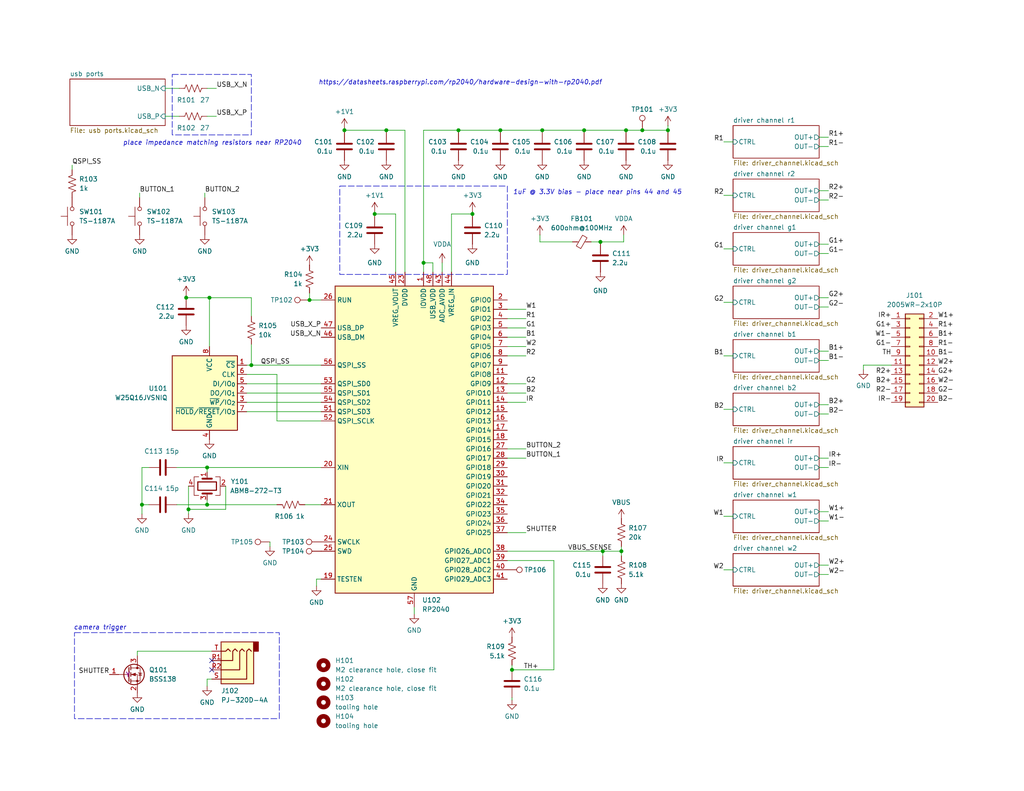
<source format=kicad_sch>
(kicad_sch (version 20250114) (generator "eeschema") (generator_version "9.0")
  (paper "USLetter")
  (title_block (title "big scanlight driver pcb") (date "2025-11-09") (rev "1") (company "jackw01"))
  (lib_symbols
    (symbol "Connector:TestPoint" (pin_numbers (hide yes)) (pin_names (offset 0.762) (hide yes))
      (property "Reference" "TP" (at 0 6.858 0))
      (property "Value" "TestPoint" (at 0 5.08 0))
      (symbol "TestPoint_1_1"
        (pin passive line (at 0 0 90) (length 2.54) (name "1") (number "1"))
      )
    )
    (symbol "Connector_Audio:AudioJack4"
      (property "Reference" "J" (at 0 8.89 0))
      (property "Value" "AudioJack4" (at 0 6.35 0))
      (symbol "AudioJack4_1_1"
        (pin passive line (at 5.08 2.54 180) (length 2.54) (name "~") (number "S"))
        (pin passive line (at 5.08 0 180) (length 2.54) (name "~") (number "R2"))
        (pin passive line (at 5.08 -2.54 180) (length 2.54) (name "~") (number "R1"))
        (pin passive line (at 5.08 -5.08 180) (length 2.54) (name "~") (number "T"))
      )
    )
    (symbol "Connector_Generic:Conn_02x10_Odd_Even" (pin_names (offset 1.016) (hide yes))
      (property "Reference" "J" (at 1.27 12.7 0))
      (property "Value" "Conn_02x10_Odd_Even" (at 1.27 -15.24 0))
      (symbol "Conn_02x10_Odd_Even_1_1"
        (pin passive line (at -5.08 10.16 0) (length 3.81) (name "Pin_1") (number "1"))
        (pin passive line (at -5.08 7.62 0) (length 3.81) (name "Pin_3") (number "3"))
        (pin passive line (at -5.08 5.08 0) (length 3.81) (name "Pin_5") (number "5"))
        (pin passive line (at -5.08 2.54 0) (length 3.81) (name "Pin_7") (number "7"))
        (pin passive line (at -5.08 0 0) (length 3.81) (name "Pin_9") (number "9"))
        (pin passive line (at -5.08 -2.54 0) (length 3.81) (name "Pin_11") (number "11"))
        (pin passive line (at -5.08 -5.08 0) (length 3.81) (name "Pin_13") (number "13"))
        (pin passive line (at -5.08 -7.62 0) (length 3.81) (name "Pin_15") (number "15"))
        (pin passive line (at -5.08 -10.16 0) (length 3.81) (name "Pin_17") (number "17"))
        (pin passive line (at -5.08 -12.7 0) (length 3.81) (name "Pin_19") (number "19"))
        (pin passive line (at 7.62 10.16 180) (length 3.81) (name "Pin_2") (number "2"))
        (pin passive line (at 7.62 7.62 180) (length 3.81) (name "Pin_4") (number "4"))
        (pin passive line (at 7.62 5.08 180) (length 3.81) (name "Pin_6") (number "6"))
        (pin passive line (at 7.62 2.54 180) (length 3.81) (name "Pin_8") (number "8"))
        (pin passive line (at 7.62 0 180) (length 3.81) (name "Pin_10") (number "10"))
        (pin passive line (at 7.62 -2.54 180) (length 3.81) (name "Pin_12") (number "12"))
        (pin passive line (at 7.62 -5.08 180) (length 3.81) (name "Pin_14") (number "14"))
        (pin passive line (at 7.62 -7.62 180) (length 3.81) (name "Pin_16") (number "16"))
        (pin passive line (at 7.62 -10.16 180) (length 3.81) (name "Pin_18") (number "18"))
        (pin passive line (at 7.62 -12.7 180) (length 3.81) (name "Pin_20") (number "20"))
      )
    )
    (symbol "Device:C" (pin_numbers (hide yes)) (pin_names (offset 0.254))
      (property "Reference" "C" (at 0.635 2.54 0))
      (property "Value" "C" (at 0.635 -2.54 0))
      (symbol "C_1_1"
        (pin passive line (at 0 3.81 270) (length 2.794) (name "~") (number "1"))
        (pin passive line (at 0 -3.81 90) (length 2.794) (name "~") (number "2"))
      )
    )
    (symbol "Device:Crystal_GND24" (pin_names (offset 1.016) (hide yes))
      (property "Reference" "Y" (at 3.175 5.08 0))
      (property "Value" "Crystal_GND24" (at 3.175 3.175 0))
      (symbol "Crystal_GND24_1_1"
        (pin passive line (at -3.81 0 0) (length 1.27) (name "1") (number "1"))
        (pin passive line (at 0 5.08 270) (length 1.27) (name "2") (number "2"))
        (pin passive line (at 0 -5.08 90) (length 1.27) (name "4") (number "4"))
        (pin passive line (at 3.81 0 180) (length 1.27) (name "3") (number "3"))
      )
    )
    (symbol "Device:FerriteBead_Small" (pin_numbers (hide yes)) (pin_names (offset 0))
      (property "Reference" "FB" (at 1.905 1.27 0))
      (property "Value" "FerriteBead_Small" (at 1.905 -1.27 0))
      (symbol "FerriteBead_Small_1_1"
        (pin passive line (at 0 2.54 270) (length 1.27) (name "~") (number "1"))
        (pin passive line (at 0 -2.54 90) (length 1.27) (name "~") (number "2"))
      )
    )
    (symbol "Device:R_US" (pin_numbers (hide yes)) (pin_names (offset 0))
      (property "Reference" "R" (at 2.54 0 90))
      (property "Value" "R_US" (at -2.54 0 90))
      (symbol "R_US_1_1"
        (pin passive line (at 0 3.81 270) (length 1.27) (name "~") (number "1"))
        (pin passive line (at 0 -3.81 90) (length 1.27) (name "~") (number "2"))
      )
    )
    (symbol "MCU_RaspberryPi:RP2040"
      (property "Reference" "U" (at 17.78 45.72 0))
      (property "Value" "RP2040" (at 17.78 43.18 0))
      (symbol "RP2040_1_1"
        (pin input line (at -25.4 38.1 0) (length 3.81) (name "RUN") (number "26"))
        (pin bidirectional line (at -25.4 30.48 0) (length 3.81) (name "USB_DP") (number "47"))
        (pin bidirectional line (at -25.4 27.94 0) (length 3.81) (name "USB_DM") (number "46"))
        (pin bidirectional line (at -25.4 20.32 0) (length 3.81) (name "QSPI_SS") (number "56"))
        (pin bidirectional line (at -25.4 15.24 0) (length 3.81) (name "QSPI_SD0") (number "53"))
        (pin bidirectional line (at -25.4 12.7 0) (length 3.81) (name "QSPI_SD1") (number "55"))
        (pin bidirectional line (at -25.4 10.16 0) (length 3.81) (name "QSPI_SD2") (number "54"))
        (pin bidirectional line (at -25.4 7.62 0) (length 3.81) (name "QSPI_SD3") (number "51"))
        (pin output line (at -25.4 5.08 0) (length 3.81) (name "QSPI_SCLK") (number "52"))
        (pin input line (at -25.4 -7.62 0) (length 3.81) (name "XIN") (number "20"))
        (pin passive line (at -25.4 -17.78 0) (length 3.81) (name "XOUT") (number "21"))
        (pin input line (at -25.4 -27.94 0) (length 3.81) (name "SWCLK") (number "24"))
        (pin bidirectional line (at -25.4 -30.48 0) (length 3.81) (name "SWD") (number "25"))
        (pin input line (at -25.4 -38.1 0) (length 3.81) (name "TESTEN") (number "19"))
        (pin power_out line (at -5.08 45.72 270) (length 3.81) (name "VREG_VOUT") (number "45"))
        (pin power_in line (at -2.54 45.72 270) (length 3.81) (name "DVDD") (number "23"))
        (pin passive line (at -2.54 45.72 270) (length 3.81) (hide yes) (name "DVDD") (number "50"))
        (pin power_in line (at 0 -45.72 90) (length 3.81) (name "GND") (number "57"))
        (pin power_in line (at 2.54 45.72 270) (length 3.81) (name "IOVDD") (number "1"))
        (pin passive line (at 2.54 45.72 270) (length 3.81) (hide yes) (name "IOVDD") (number "10"))
        (pin passive line (at 2.54 45.72 270) (length 3.81) (hide yes) (name "IOVDD") (number "22"))
        (pin passive line (at 2.54 45.72 270) (length 3.81) (hide yes) (name "IOVDD") (number "33"))
        (pin passive line (at 2.54 45.72 270) (length 3.81) (hide yes) (name "IOVDD") (number "42"))
        (pin passive line (at 2.54 45.72 270) (length 3.81) (hide yes) (name "IOVDD") (number "49"))
        (pin power_in line (at 5.08 45.72 270) (length 3.81) (name "USB_VDD") (number "48"))
        (pin power_in line (at 7.62 45.72 270) (length 3.81) (name "ADC_AVDD") (number "43"))
        (pin power_in line (at 10.16 45.72 270) (length 3.81) (name "VREG_IN") (number "44"))
        (pin bidirectional line (at 25.4 38.1 180) (length 3.81) (name "GPIO0") (number "2"))
        (pin bidirectional line (at 25.4 35.56 180) (length 3.81) (name "GPIO1") (number "3"))
        (pin bidirectional line (at 25.4 33.02 180) (length 3.81) (name "GPIO2") (number "4"))
        (pin bidirectional line (at 25.4 30.48 180) (length 3.81) (name "GPIO3") (number "5"))
        (pin bidirectional line (at 25.4 27.94 180) (length 3.81) (name "GPIO4") (number "6"))
        (pin bidirectional line (at 25.4 25.4 180) (length 3.81) (name "GPIO5") (number "7"))
        (pin bidirectional line (at 25.4 22.86 180) (length 3.81) (name "GPIO6") (number "8"))
        (pin bidirectional line (at 25.4 20.32 180) (length 3.81) (name "GPIO7") (number "9"))
        (pin bidirectional line (at 25.4 17.78 180) (length 3.81) (name "GPIO8") (number "11"))
        (pin bidirectional line (at 25.4 15.24 180) (length 3.81) (name "GPIO9") (number "12"))
        (pin bidirectional line (at 25.4 12.7 180) (length 3.81) (name "GPIO10") (number "13"))
        (pin bidirectional line (at 25.4 10.16 180) (length 3.81) (name "GPIO11") (number "14"))
        (pin bidirectional line (at 25.4 7.62 180) (length 3.81) (name "GPIO12") (number "15"))
        (pin bidirectional line (at 25.4 5.08 180) (length 3.81) (name "GPIO13") (number "16"))
        (pin bidirectional line (at 25.4 2.54 180) (length 3.81) (name "GPIO14") (number "17"))
        (pin bidirectional line (at 25.4 0 180) (length 3.81) (name "GPIO15") (number "18"))
        (pin bidirectional line (at 25.4 -2.54 180) (length 3.81) (name "GPIO16") (number "27"))
        (pin bidirectional line (at 25.4 -5.08 180) (length 3.81) (name "GPIO17") (number "28"))
        (pin bidirectional line (at 25.4 -7.62 180) (length 3.81) (name "GPIO18") (number "29"))
        (pin bidirectional line (at 25.4 -10.16 180) (length 3.81) (name "GPIO19") (number "30"))
        (pin bidirectional line (at 25.4 -12.7 180) (length 3.81) (name "GPIO20") (number "31"))
        (pin bidirectional line (at 25.4 -15.24 180) (length 3.81) (name "GPIO21") (number "32"))
        (pin bidirectional line (at 25.4 -17.78 180) (length 3.81) (name "GPIO22") (number "34"))
        (pin bidirectional line (at 25.4 -20.32 180) (length 3.81) (name "GPIO23") (number "35"))
        (pin bidirectional line (at 25.4 -22.86 180) (length 3.81) (name "GPIO24") (number "36"))
        (pin bidirectional line (at 25.4 -25.4 180) (length 3.81) (name "GPIO25") (number "37"))
        (pin bidirectional line (at 25.4 -30.48 180) (length 3.81) (name "GPIO26_ADC0") (number "38"))
        (pin bidirectional line (at 25.4 -33.02 180) (length 3.81) (name "GPIO27_ADC1") (number "39"))
        (pin bidirectional line (at 25.4 -35.56 180) (length 3.81) (name "GPIO28_ADC2") (number "40"))
        (pin bidirectional line (at 25.4 -38.1 180) (length 3.81) (name "GPIO29_ADC3") (number "41"))
      )
    )
    (symbol "Mechanical:MountingHole" (pin_names (offset 1.016))
      (property "Reference" "H" (at 0 5.08 0))
      (property "Value" "MountingHole" (at 0 3.175 0))
    )
    (symbol "Memory_Flash:W25Q16JVSS"
      (property "Reference" "U" (at -6.35 11.43 0))
      (property "Value" "W25Q16JVSS" (at 7.62 11.43 0))
      (symbol "W25Q16JVSS_1_1"
        (pin input line (at -10.16 7.62 0) (length 2.54) (name "~{CS}") (number "1"))
        (pin input line (at -10.16 5.08 0) (length 2.54) (name "CLK") (number "6"))
        (pin bidirectional line (at -10.16 2.54 0) (length 2.54) (name "DI/IO_{0}") (number "5"))
        (pin bidirectional line (at -10.16 0 0) (length 2.54) (name "DO/IO_{1}") (number "2"))
        (pin bidirectional line (at -10.16 -2.54 0) (length 2.54) (name "~{WP}/IO_{2}") (number "3"))
        (pin bidirectional line (at -10.16 -5.08 0) (length 2.54) (name "~{HOLD}/~{RESET}/IO_{3}") (number "7"))
        (pin power_in line (at 0 12.7 270) (length 2.54) (name "VCC") (number "8"))
        (pin power_in line (at 0 -12.7 90) (length 2.54) (name "GND") (number "4"))
      )
    )
    (symbol "Switch:SW_Push" (pin_numbers (hide yes)) (pin_names (offset 1.016) (hide yes))
      (property "Reference" "SW" (at 1.27 2.54 0))
      (property "Value" "SW_Push" (at 0 -1.524 0))
      (symbol "SW_Push_0_1"
        (pin passive line (at -5.08 0 0) (length 2.54) (name "1") (number "1"))
        (pin passive line (at 5.08 0 180) (length 2.54) (name "2") (number "2"))
      )
    )
    (symbol "Transistor_FET:BSS138" (pin_names (hide yes))
      (property "Reference" "Q" (at 5.08 1.905 0))
      (property "Value" "BSS138" (at 5.08 0 0))
      (symbol "BSS138_1_1"
        (pin input line (at -5.08 0 0) (length 2.54) (name "G") (number "1"))
        (pin passive line (at 2.54 5.08 270) (length 2.54) (name "D") (number "3"))
        (pin passive line (at 2.54 -5.08 90) (length 2.54) (name "S") (number "2"))
      )
    )
    (symbol "power:+1V1" (power) (pin_numbers (hide yes)) (pin_names (offset 0) (hide yes))
      (property "Value" "+1V1" (at 0 3.556 0))
      (symbol "+1V1_1_1"
        (pin power_in line (at 0 0 90) (length 0) (name "~") (number "1"))
      )
    )
    (symbol "power:+3V3" (power) (pin_numbers (hide yes)) (pin_names (offset 0) (hide yes))
      (property "Value" "+3V3" (at 0 3.556 0))
      (symbol "+3V3_1_1"
        (pin power_in line (at 0 0 90) (length 0) (name "~") (number "1"))
      )
    )
    (symbol "power:GND" (power) (pin_names (offset 0))
      (property "Value" "GND" (at 0 -3.81 0))
      (symbol "GND_1_1"
        (pin power_in line (at 0 0 270) (length 0) (hide yes) (name "GND") (number "1"))
      )
    )
    (symbol "power:VBUS" (power) (pin_numbers (hide yes)) (pin_names (offset 0) (hide yes))
      (property "Value" "VBUS" (at 0 3.556 0))
      (symbol "VBUS_1_1"
        (pin power_in line (at 0 0 90) (length 0) (name "~") (number "1"))
      )
    )
    (symbol "power:VDDA" (power) (pin_numbers (hide yes)) (pin_names (offset 0) (hide yes))
      (property "Value" "VDDA" (at 0 3.556 0))
      (symbol "VDDA_1_1"
        (pin power_in line (at 0 0 90) (length 0) (name "~") (number "1"))
      )
    )
  )
  (rectangle (start 20.32 172.72) (end 76.2 196.215) (stroke (width 0) (type dash)))
  (rectangle (start 46.99 20.32) (end 68.58 36.83) (stroke (width 0) (type dash)))
  (rectangle (start 92.71 50.8) (end 138.43 74.93) (stroke (width 0) (type dash)))
  (text "place impedance matching resistors near RP2040" (at 57.912 39.116 0) (effects (font (size 1.27 1.27) (italic yes))))
  (text "1uF @ 3.3V bias - place near pins 44 and 45" (at 139.954 52.578 0) (effects (font (size 1.27 1.27) (italic yes)) (justify left)))
  (text "camera trigger" (at 27.305 171.45 0) (effects (font (size 1.27 1.27) (italic yes))))
  (text "https://datasheets.raspberrypi.com/rp2040/hardware-design-with-rp2040.pdf" (at 86.868 22.606 0) (effects (font (size 1.27 1.27) (italic yes)) (justify left)))
  (junction (at 56.515 137.795))
  (junction (at 147.955 35.56))
  (junction (at 68.58 99.695))
  (junction (at 169.545 150.495))
  (junction (at 84.455 81.915))
  (junction (at 182.245 35.56))
  (junction (at 57.15 81.28))
  (junction (at 56.515 127.635))
  (junction (at 93.98 35.56))
  (junction (at 50.8 81.28))
  (junction (at 159.385 35.56))
  (junction (at 136.525 35.56))
  (junction (at 125.095 35.56))
  (junction (at 175.26 35.56))
  (junction (at 105.41 35.56))
  (junction (at 115.57 71.755))
  (junction (at 170.815 35.56))
  (junction (at 38.735 137.795))
  (junction (at 163.83 66.04))
  (junction (at 128.905 58.42))
  (junction (at 164.465 150.495))
  (junction (at 139.7 182.88))
  (junction (at 102.235 58.42))
  (junction (at 51.435 139.065))
  (no_connect (at 57.785 182.88))
  (no_connect (at 57.785 180.34))
  (wire (pts (xy 151.13 153.035) (xy 151.13 182.88)))
  (wire (pts (xy 83.185 137.795) (xy 87.63 137.795)))
  (wire (pts (xy 139.7 182.88) (xy 151.13 182.88)))
  (wire (pts (xy 56.515 137.795) (xy 75.565 137.795)))
  (wire (pts (xy 118.11 71.755) (xy 115.57 71.755)))
  (wire (pts (xy 56.515 136.525) (xy 56.515 137.795)))
  (wire (pts (xy 61.595 139.065) (xy 61.595 132.715)))
  (wire (pts (xy 45.085 31.75) (xy 48.895 31.75)))
  (wire (pts (xy 136.525 35.56) (xy 147.955 35.56)))
  (wire (pts (xy 143.51 92.075) (xy 138.43 92.075)))
  (wire (pts (xy 56.515 128.905) (xy 56.515 127.635)))
  (wire (pts (xy 143.51 89.535) (xy 138.43 89.535)))
  (wire (pts (xy 197.485 97.155) (xy 200.025 97.155)))
  (wire (pts (xy 48.26 137.795) (xy 56.515 137.795)))
  (wire (pts (xy 223.52 40.005) (xy 226.06 40.005)))
  (wire (pts (xy 86.36 158.115) (xy 87.63 158.115)))
  (wire (pts (xy 223.52 81.28) (xy 226.06 81.28)))
  (wire (pts (xy 143.51 84.455) (xy 138.43 84.455)))
  (wire (pts (xy 197.485 67.945) (xy 200.025 67.945)))
  (wire (pts (xy 136.525 35.56) (xy 136.525 36.195)))
  (wire (pts (xy 67.31 104.775) (xy 87.63 104.775)))
  (wire (pts (xy 143.51 145.415) (xy 138.43 145.415)))
  (wire (pts (xy 223.52 127.635) (xy 226.06 127.635)))
  (wire (pts (xy 113.03 167.64) (xy 113.03 165.735)))
  (wire (pts (xy 75.565 102.235) (xy 75.565 114.935)))
  (wire (pts (xy 197.485 82.55) (xy 200.025 82.55)))
  (wire (pts (xy 170.815 35.56) (xy 170.815 36.195)))
  (wire (pts (xy 197.485 140.97) (xy 200.025 140.97)))
  (wire (pts (xy 51.435 139.065) (xy 51.435 140.335)))
  (wire (pts (xy 105.41 35.56) (xy 105.41 36.195)))
  (wire (pts (xy 115.57 35.56) (xy 125.095 35.56)))
  (wire (pts (xy 223.52 37.465) (xy 226.06 37.465)))
  (wire (pts (xy 138.43 150.495) (xy 164.465 150.495)))
  (wire (pts (xy 86.36 160.02) (xy 86.36 158.115)))
  (wire (pts (xy 170.18 66.04) (xy 163.83 66.04)))
  (wire (pts (xy 163.83 66.04) (xy 163.83 66.675)))
  (wire (pts (xy 38.735 140.335) (xy 38.735 137.795)))
  (wire (pts (xy 143.51 104.775) (xy 138.43 104.775)))
  (wire (pts (xy 93.98 35.56) (xy 93.98 36.195)))
  (wire (pts (xy 161.29 66.04) (xy 163.83 66.04)))
  (wire (pts (xy 67.31 109.855) (xy 87.63 109.855)))
  (wire (pts (xy 235.585 99.695) (xy 243.205 99.695)))
  (wire (pts (xy 197.485 53.34) (xy 200.025 53.34)))
  (wire (pts (xy 223.52 66.675) (xy 226.06 66.675)))
  (wire (pts (xy 223.52 69.215) (xy 226.06 69.215)))
  (wire (pts (xy 164.465 150.495) (xy 169.545 150.495)))
  (wire (pts (xy 51.435 132.715) (xy 51.435 139.065)))
  (wire (pts (xy 68.58 99.695) (xy 87.63 99.695)))
  (wire (pts (xy 115.57 71.755) (xy 115.57 74.295)))
  (wire (pts (xy 110.49 35.56) (xy 110.49 74.295)))
  (wire (pts (xy 128.905 58.42) (xy 128.905 59.055)))
  (wire (pts (xy 223.52 156.845) (xy 226.06 156.845)))
  (wire (pts (xy 123.19 58.42) (xy 123.19 74.295)))
  (wire (pts (xy 50.8 81.28) (xy 57.15 81.28)))
  (wire (pts (xy 151.13 153.035) (xy 138.43 153.035)))
  (wire (pts (xy 84.455 80.01) (xy 84.455 81.915)))
  (wire (pts (xy 223.52 98.425) (xy 226.06 98.425)))
  (wire (pts (xy 118.11 71.755) (xy 118.11 74.295)))
  (wire (pts (xy 175.26 35.56) (xy 182.245 35.56)))
  (wire (pts (xy 147.955 35.56) (xy 159.385 35.56)))
  (wire (pts (xy 56.515 187.325) (xy 56.515 185.42)))
  (wire (pts (xy 67.31 99.695) (xy 68.58 99.695)))
  (wire (pts (xy 197.485 155.575) (xy 200.025 155.575)))
  (wire (pts (xy 147.32 64.135) (xy 147.32 66.04)))
  (wire (pts (xy 223.52 95.885) (xy 226.06 95.885)))
  (wire (pts (xy 143.51 107.315) (xy 138.43 107.315)))
  (wire (pts (xy 56.515 185.42) (xy 57.785 185.42)))
  (wire (pts (xy 68.58 81.28) (xy 57.15 81.28)))
  (wire (pts (xy 120.65 74.295) (xy 120.65 71.755)))
  (wire (pts (xy 143.51 86.995) (xy 138.43 86.995)))
  (wire (pts (xy 55.88 52.705) (xy 55.88 53.975)))
  (wire (pts (xy 93.98 35.56) (xy 105.41 35.56)))
  (wire (pts (xy 143.51 109.855) (xy 138.43 109.855)))
  (wire (pts (xy 159.385 35.56) (xy 170.815 35.56)))
  (wire (pts (xy 182.245 34.29) (xy 182.245 35.56)))
  (wire (pts (xy 182.245 35.56) (xy 182.245 36.195)))
  (wire (pts (xy 235.585 100.965) (xy 235.585 99.695)))
  (wire (pts (xy 223.52 125.095) (xy 226.06 125.095)))
  (wire (pts (xy 223.52 110.49) (xy 226.06 110.49)))
  (wire (pts (xy 170.815 35.56) (xy 175.26 35.56)))
  (wire (pts (xy 37.465 177.8) (xy 57.785 177.8)))
  (wire (pts (xy 223.52 54.61) (xy 226.06 54.61)))
  (wire (pts (xy 38.735 137.795) (xy 38.735 127.635)))
  (wire (pts (xy 147.955 35.56) (xy 147.955 36.195)))
  (wire (pts (xy 38.735 127.635) (xy 40.64 127.635)))
  (wire (pts (xy 159.385 35.56) (xy 159.385 36.195)))
  (wire (pts (xy 147.32 66.04) (xy 156.21 66.04)))
  (wire (pts (xy 164.465 150.495) (xy 164.465 151.765)))
  (wire (pts (xy 48.26 127.635) (xy 56.515 127.635)))
  (wire (pts (xy 67.31 107.315) (xy 87.63 107.315)))
  (wire (pts (xy 37.465 177.8) (xy 37.465 179.07)))
  (wire (pts (xy 223.52 52.07) (xy 226.06 52.07)))
  (wire (pts (xy 223.52 83.82) (xy 226.06 83.82)))
  (wire (pts (xy 125.095 35.56) (xy 136.525 35.56)))
  (wire (pts (xy 56.515 127.635) (xy 87.63 127.635)))
  (wire (pts (xy 102.235 58.42) (xy 107.95 58.42)))
  (wire (pts (xy 143.51 97.155) (xy 138.43 97.155)))
  (wire (pts (xy 56.515 24.13) (xy 59.055 24.13)))
  (wire (pts (xy 68.58 81.28) (xy 68.58 86.36)))
  (wire (pts (xy 223.52 139.7) (xy 226.06 139.7)))
  (wire (pts (xy 59.055 31.75) (xy 56.515 31.75)))
  (wire (pts (xy 128.905 58.42) (xy 123.19 58.42)))
  (wire (pts (xy 138.43 125.095) (xy 143.51 125.095)))
  (wire (pts (xy 67.31 102.235) (xy 75.565 102.235)))
  (wire (pts (xy 38.735 137.795) (xy 40.64 137.795)))
  (wire (pts (xy 105.41 35.56) (xy 110.49 35.56)))
  (wire (pts (xy 73.66 149.225) (xy 73.66 147.955)))
  (wire (pts (xy 139.7 191.135) (xy 139.7 190.5)))
  (wire (pts (xy 68.58 93.98) (xy 68.58 99.695)))
  (wire (pts (xy 57.15 81.28) (xy 57.15 94.615)))
  (wire (pts (xy 143.51 94.615) (xy 138.43 94.615)))
  (wire (pts (xy 139.7 181.61) (xy 139.7 182.88)))
  (wire (pts (xy 143.51 122.555) (xy 138.43 122.555)))
  (wire (pts (xy 107.95 58.42) (xy 107.95 74.295)))
  (wire (pts (xy 67.31 112.395) (xy 87.63 112.395)))
  (wire (pts (xy 197.485 126.365) (xy 200.025 126.365)))
  (wire (pts (xy 170.18 64.135) (xy 170.18 66.04)))
  (wire (pts (xy 93.98 34.925) (xy 93.98 35.56)))
  (wire (pts (xy 223.52 142.24) (xy 226.06 142.24)))
  (wire (pts (xy 84.455 81.915) (xy 87.63 81.915)))
  (wire (pts (xy 197.485 38.735) (xy 200.025 38.735)))
  (wire (pts (xy 115.57 71.755) (xy 115.57 35.56)))
  (wire (pts (xy 51.435 139.065) (xy 61.595 139.065)))
  (wire (pts (xy 19.685 45.085) (xy 19.685 46.355)))
  (wire (pts (xy 128.905 57.785) (xy 128.905 58.42)))
  (wire (pts (xy 125.095 35.56) (xy 125.095 36.195)))
  (wire (pts (xy 38.1 52.705) (xy 38.1 53.975)))
  (wire (pts (xy 223.52 154.305) (xy 226.06 154.305)))
  (wire (pts (xy 45.085 24.13) (xy 48.895 24.13)))
  (wire (pts (xy 169.545 150.495) (xy 169.545 149.225)))
  (wire (pts (xy 169.545 151.765) (xy 169.545 150.495)))
  (wire (pts (xy 75.565 114.935) (xy 87.63 114.935)))
  (wire (pts (xy 50.8 80.645) (xy 50.8 81.28)))
  (wire (pts (xy 102.235 58.42) (xy 102.235 59.055)))
  (wire (pts (xy 197.485 111.76) (xy 200.025 111.76)))
  (wire (pts (xy 223.52 113.03) (xy 226.06 113.03)))
  (wire (pts (xy 102.235 57.785) (xy 102.235 58.42)))
  (label "B1+" (at 226.06 95.885 0))
  (label "IR+" (at 226.06 125.095 0))
  (label "B2" (at 197.485 111.76 180))
  (label "G1+" (at 243.205 89.535 180))
  (label "B1" (at 197.485 97.155 180))
  (label "QSPI_SS" (at 19.685 45.085 0))
  (label "B1" (at 143.51 92.075 0))
  (label "IR+" (at 243.205 86.995 180))
  (label "G2-" (at 226.06 83.82 0))
  (label "G1+" (at 226.06 66.675 0))
  (label "G2" (at 197.485 82.55 180))
  (label "R2" (at 143.51 97.155 0))
  (label "G2+" (at 255.905 102.235 0))
  (label "R1-" (at 255.905 94.615 0))
  (label "B2-" (at 255.905 109.855 0))
  (label "G2+" (at 226.06 81.28 0))
  (label "BUTTON_1" (at 38.1 52.705 0))
  (label "QSPI_SS" (at 71.12 99.695 0))
  (label "B2+" (at 243.205 104.775 180))
  (label "BUTTON_1" (at 143.51 125.095 0))
  (label "IR" (at 197.485 126.365 180))
  (label "W2+" (at 255.905 99.695 0))
  (label "B2-" (at 226.06 113.03 0))
  (label "BUTTON_2" (at 143.51 122.555 0))
  (label "W2-" (at 255.905 104.775 0))
  (label "W1" (at 143.51 84.455 0))
  (label "TH" (at 243.205 97.155 180))
  (label "SHUTTER" (at 29.845 184.15 180))
  (label "G1" (at 197.485 67.945 180))
  (label "IR-" (at 226.06 127.635 0))
  (label "G1-" (at 243.205 94.615 180))
  (label "TH+" (at 142.875 182.88 0))
  (label "R2" (at 197.485 53.34 180))
  (label "BUTTON_2" (at 55.88 52.705 0))
  (label "W1" (at 197.485 140.97 180))
  (label "G1-" (at 226.06 69.215 0))
  (label "R2-" (at 243.205 107.315 180))
  (label "B1-" (at 255.905 97.155 0))
  (label "USB_X_P" (at 87.63 89.535 180))
  (label "W2" (at 143.51 94.615 0))
  (label "W1-" (at 243.205 92.075 180))
  (label "R1" (at 143.51 86.995 0))
  (label "B1+" (at 255.905 92.075 0))
  (label "IR" (at 143.51 109.855 0))
  (label "R1" (at 197.485 38.735 180))
  (label "USB_X_P" (at 59.055 31.75 0))
  (label "R2-" (at 226.06 54.61 0))
  (label "USB_X_N" (at 87.63 92.075 180))
  (label "IR-" (at 243.205 109.855 180))
  (label "R1+" (at 226.06 37.465 0))
  (label "R2+" (at 226.06 52.07 0))
  (label "G2-" (at 255.905 107.315 0))
  (label "W1+" (at 226.06 139.7 0))
  (label "B2+" (at 226.06 110.49 0))
  (label "W2-" (at 226.06 156.845 0))
  (label "B2" (at 143.51 107.315 0))
  (label "W1-" (at 226.06 142.24 0))
  (label "W1+" (at 255.905 86.995 0))
  (label "R1+" (at 255.905 89.535 0))
  (label "G1" (at 143.51 89.535 0))
  (label "W2+" (at 226.06 154.305 0))
  (label "W2" (at 197.485 155.575 180))
  (label "VBUS_SENSE" (at 154.94 150.495 0))
  (label "USB_X_N" (at 59.055 24.13 0))
  (label "R1-" (at 226.06 40.005 0))
  (label "B1-" (at 226.06 98.425 0))
  (label "G2" (at 143.51 104.775 0))
  (label "R2+" (at 243.205 102.235 180))
  (label "SHUTTER" (at 143.51 145.415 0))
  (symbol (lib_id "Mechanical:MountingHole") (at 88.265 196.85 0) (unit 1) (in_bom no)
    (property "Reference" "H104" (at 91.44 195.5799 0) (effects (justify left)))
    (property "Value" "tooling hole" (at 91.44 198.1199 0) (effects (justify left)))
    (property "Footprint" "MountingHole:ToolingHole_1.152mm" (effects (hide yes)))
    (property "Description" "Mounting Hole without connection" (effects (hide yes)))
  )
  (symbol (lib_id "Device:C") (at 136.525 40.005 0) (mirror y) (unit 1)
    (property "Reference" "C104" (at 133.35 38.735 0) (effects (justify left)))
    (property "Value" "0.1u" (at 133.35 41.275 0) (effects (justify left)))
    (property "Footprint" "Capacitor_SMD:C_0402_1005Metric" (effects (hide yes)))
    (property "MPN" "CL05B104KB54PNC" (effects (hide yes)))
    (property "Non-Critical" "Y" (effects (hide yes)))
    (property "Category" "iND87204 Critical " (effects (hide yes)))
    (property "LCSC" "C307331" (effects (hide yes)))
    (property "JLCPCB Basic" "Y" (effects (hide yes)))
  )
  (symbol (lib_id "power:GND") (at 159.385 43.815 0) (unit 1)
    (property "Reference" "#PWR0108" (effects (hide yes)))
    (property "Value" "GND" (at 159.385 48.26 0))
  )
  (symbol (lib_id "power:GND") (at 102.235 66.675 0) (unit 1)
    (property "Reference" "#PWR0118" (effects (hide yes)))
    (property "Value" "GND" (at 102.235 71.755 0))
  )
  (symbol (lib_id "power:+3V3") (at 147.32 64.135 0) (unit 1)
    (property "Reference" "#PWR0116" (effects (hide yes)))
    (property "Value" "+3V3" (at 147.32 59.69 0))
    (property "Description" "Power symbol creates a global label with name \"+3V3\"" (effects (hide yes)))
  )
  (symbol (lib_id "power:GND") (at 50.8 88.9 0) (unit 1)
    (property "Reference" "#PWR0124" (effects (hide yes)))
    (property "Value" "GND" (at 50.8 93.345 0))
  )
  (symbol (lib_id "Device:Crystal_GND24") (at 56.515 132.715 270) (unit 1)
    (property "Reference" "Y101" (at 65.405 131.445 90))
    (property "Value" "ABM8-272-T3" (at 69.85 133.985 90))
    (property "Footprint" "Crystal:Crystal_SMD_Abracon_ABM8G-4Pin_3.2x2.5mm" (effects (hide yes)))
    (property "LCSC" "C20625731" (effects (hide yes)))
    (property "MPN" "ABM8-272-T3" (effects (hide yes)))
  )
  (symbol (lib_id "power:GND") (at 170.815 43.815 0) (unit 1)
    (property "Reference" "#PWR0109" (effects (hide yes)))
    (property "Value" "GND" (at 170.815 48.26 0))
  )
  (symbol (lib_id "power:+1V1") (at 93.98 34.925 0) (unit 1)
    (property "Reference" "#PWR0102" (effects (hide yes)))
    (property "Value" "+1V1" (at 93.98 30.48 0))
    (property "Description" "Power symbol creates a global label with name \"+1V1\"" (effects (hide yes)))
  )
  (symbol (lib_id "power:GND") (at 37.465 189.23 0) (unit 1)
    (property "Reference" "#PWR0138" (effects (hide yes)))
    (property "Value" "GND" (at 37.465 193.675 0))
  )
  (symbol (lib_id "power:GND") (at 125.095 43.815 0) (unit 1)
    (property "Reference" "#PWR0105" (effects (hide yes)))
    (property "Value" "GND" (at 125.095 48.26 0))
  )
  (symbol (lib_id "power:+3V3") (at 182.245 34.29 0) (unit 1)
    (property "Reference" "#PWR0101" (effects (hide yes)))
    (property "Value" "+3V3" (at 182.245 29.845 0))
    (property "Description" "Power symbol creates a global label with name \"+3V3\"" (effects (hide yes)))
  )
  (symbol (lib_id "power:+3V3") (at 84.455 72.39 0) (unit 1)
    (property "Reference" "#PWR0121" (effects (hide yes)))
    (property "Value" "+3V3" (at 84.455 67.945 0))
    (property "Description" "Power symbol creates a global label with name \"+3V3\"" (effects (hide yes)))
  )
  (symbol (lib_id "power:VBUS") (at 169.545 141.605 0) (unit 1)
    (property "Reference" "#PWR0129" (effects (hide yes)))
    (property "Value" "VBUS" (at 169.545 137.16 0))
    (property "Description" "Power symbol creates a global label with name \"VBUS\"" (effects (hide yes)))
  )
  (symbol (lib_id "Mechanical:MountingHole") (at 88.265 186.69 0) (unit 1) (in_bom no)
    (property "Reference" "H102" (at 91.44 185.4199 0) (effects (justify left)))
    (property "Value" "M2 clearance hole, close fit" (at 91.44 187.9599 0) (effects (justify left)))
    (property "Footprint" "Custom:MountingHole_2.2mm_M2_Mask_tight" (effects (hide yes)))
    (property "Description" "Mounting Hole without connection" (effects (hide yes)))
  )
  (symbol (lib_id "MCU_RaspberryPi:RP2040") (at 113.03 120.015 0) (unit 1)
    (property "Reference" "U102" (at 115.1733 163.83 0) (effects (justify left)))
    (property "Value" "RP2040" (at 115.1733 166.37 0) (effects (justify left)))
    (property "Footprint" "Package_DFN_QFN:QFN-56-1EP_7x7mm_P0.4mm_EP3.2x3.2mm" (effects (hide yes)))
    (property "Datasheet" "https://datasheets.raspberrypi.com/rp2040/rp2040-datasheet.pdf" (effects (hide yes)))
    (property "LCSC" "C2040" (effects (hide yes)))
    (property "MPN" "RP2040" (effects (hide yes)))
  )
  (symbol (lib_id "power:GND") (at 182.245 43.815 0) (unit 1)
    (property "Reference" "#PWR0110" (effects (hide yes)))
    (property "Value" "GND" (at 182.245 48.26 0))
  )
  (symbol (lib_id "power:GND") (at 164.465 159.385 0) (unit 1)
    (property "Reference" "#PWR0131" (effects (hide yes)))
    (property "Value" "GND" (at 164.465 163.83 0))
  )
  (symbol (lib_id "Device:FerriteBead_Small") (at 158.75 66.04 90) (unit 1)
    (property "Reference" "FB101" (at 158.7119 59.69 90))
    (property "Value" "600ohm@100MHz" (at 158.7119 62.23 90))
    (property "Footprint" "Inductor_SMD:L_0603_1608Metric" (effects (hide yes)))
    (property "LCSC" "C1002" (effects (hide yes)))
    (property "MPN" "GZ1608D601TF" (effects (hide yes)))
    (property "JLCPCB Basic" "Y" (effects (hide yes)))
  )
  (symbol (lib_id "Device:C") (at 164.465 155.575 0) (mirror y) (unit 1)
    (property "Reference" "C115" (at 161.29 154.305 0) (effects (justify left)))
    (property "Value" "0.1u" (at 161.29 156.845 0) (effects (justify left)))
    (property "Footprint" "Capacitor_SMD:C_0402_1005Metric" (effects (hide yes)))
    (property "MPN" "CL05B104KB54PNC" (effects (hide yes)))
    (property "Non-Critical" "Y" (effects (hide yes)))
    (property "Category" "iND87204 Critical " (effects (hide yes)))
    (property "LCSC" "C307331" (effects (hide yes)))
    (property "JLCPCB Basic" "Y" (effects (hide yes)))
  )
  (symbol (lib_id "Device:C") (at 139.7 186.69 0) (unit 1)
    (property "Reference" "C116" (at 142.875 185.42 0) (effects (justify left)))
    (property "Value" "0.1u" (at 142.875 187.96 0) (effects (justify left)))
    (property "Footprint" "Capacitor_SMD:C_0402_1005Metric" (effects (hide yes)))
    (property "MPN" "CL05B104KB54PNC" (effects (hide yes)))
    (property "Non-Critical" "Y" (effects (hide yes)))
    (property "Category" "iND87204 Critical " (effects (hide yes)))
    (property "LCSC" "C307331" (effects (hide yes)))
    (property "JLCPCB Basic" "Y" (effects (hide yes)))
  )
  (symbol (lib_id "power:GND") (at 56.515 187.325 0) (unit 1)
    (property "Reference" "#PWR0139" (effects (hide yes)))
    (property "Value" "GND" (at 56.515 191.77 0))
  )
  (symbol (lib_id "Device:R_US") (at 52.705 31.75 90) (unit 1)
    (property "Reference" "R102" (at 50.8 34.925 90))
    (property "Value" "27" (at 55.88 34.925 90))
    (property "Footprint" "Resistor_SMD:R_0402_1005Metric" (effects (hide yes)))
    (property "Description" "RES THICK FILM 1%" (effects (hide yes)))
    (property "LCSC" "C25100" (effects (hide yes)))
    (property "MPN" "0402WGF270JTCE" (effects (hide yes)))
  )
  (symbol (lib_id "power:GND") (at 86.36 160.02 0) (unit 1)
    (property "Reference" "#PWR0133" (effects (hide yes)))
    (property "Value" "GND" (at 86.36 164.465 0))
  )
  (symbol (lib_id "Device:C") (at 44.45 137.795 90) (unit 1)
    (property "Reference" "C114" (at 44.45 133.35 90) (effects (justify left)))
    (property "Value" "15p" (at 48.895 133.35 90) (effects (justify left)))
    (property "Footprint" "Capacitor_SMD:C_0402_1005Metric" (effects (hide yes)))
    (property "LCSC" "C1548" (effects (hide yes)))
    (property "MPN" "0402CG150J500NT" (effects (hide yes)))
    (property "JLCPCB Basic" "Y" (effects (hide yes)))
  )
  (symbol (lib_id "Device:R_US") (at 139.7 177.8 0) (mirror y) (unit 1)
    (property "Reference" "R109" (at 137.795 176.5299 0) (effects (justify left)))
    (property "Value" "5.1k" (at 137.795 179.0699 0) (effects (justify left)))
    (property "Footprint" "Resistor_SMD:R_0402_1005Metric" (effects (hide yes)))
    (property "Description" "RES THICK FILM 1%" (effects (hide yes)))
    (property "LCSC" "C25905" (effects (hide yes)))
    (property "MPN" "0402WGF5101TCE" (effects (hide yes)))
    (property "JLCPCB Basic" "Y" (effects (hide yes)))
  )
  (symbol (lib_id "power:GND") (at 169.545 159.385 0) (unit 1)
    (property "Reference" "#PWR0132" (effects (hide yes)))
    (property "Value" "GND" (at 169.545 163.83 0))
  )
  (symbol (lib_id "power:VDDA") (at 170.18 64.135 0) (unit 1)
    (property "Reference" "#PWR0117" (effects (hide yes)))
    (property "Value" "VDDA" (at 170.18 59.69 0))
    (property "Description" "Power symbol creates a global label with name \"VDDA\"" (effects (hide yes)))
  )
  (symbol (lib_id "Device:R_US") (at 19.685 50.165 0) (mirror x) (unit 1)
    (property "Reference" "R103" (at 24.13 48.895 0))
    (property "Value" "1k" (at 22.86 51.435 0))
    (property "Footprint" "Resistor_SMD:R_0402_1005Metric" (effects (hide yes)))
    (property "Description" "RES THICK FILM 1%" (effects (hide yes)))
    (property "LCSC" "C11702" (effects (hide yes)))
    (property "MPN" "0402WGF1001TCE" (effects (hide yes)))
    (property "JLCPCB Basic" "Y" (effects (hide yes)))
  )
  (symbol (lib_id "Device:C") (at 44.45 127.635 90) (unit 1)
    (property "Reference" "C113" (at 44.45 123.19 90) (effects (justify left)))
    (property "Value" "15p" (at 48.895 123.19 90) (effects (justify left)))
    (property "Footprint" "Capacitor_SMD:C_0402_1005Metric" (effects (hide yes)))
    (property "LCSC" "C1548" (effects (hide yes)))
    (property "MPN" "0402CG150J500NT" (effects (hide yes)))
    (property "JLCPCB Basic" "Y" (effects (hide yes)))
  )
  (symbol (lib_id "power:GND") (at 55.88 64.135 0) (unit 1)
    (property "Reference" "#PWR0115" (effects (hide yes)))
    (property "Value" "GND" (at 55.88 68.58 0))
  )
  (symbol (lib_id "Connector:TestPoint") (at 84.455 81.915 90) (unit 1) (in_bom no)
    (property "Reference" "TP102" (at 76.835 81.915 90))
    (property "Value" "TestPoint" (effects (hide yes)))
    (property "Footprint" "TestPoint:TestPoint_Pad_D1.0mm" (effects (hide yes)))
    (property "Description" "test point" (effects (hide yes)))
  )
  (symbol (lib_id "Connector_Generic:Conn_02x10_Odd_Even") (at 248.285 97.155 0) (unit 1)
    (property "Reference" "J101" (at 249.555 80.645 0))
    (property "Value" "2005WR-2x10P" (at 249.555 83.185 0))
    (property "Footprint" "Connector_PinHeader_2.00mm:PinHeader_2x10_P2.00mm_Horizontal" (effects (hide yes)))
    (property "MPN" "2005WR-2x10P" (effects (hide yes)))
    (property "LCSC" "C6837626" (effects (hide yes)))
  )
  (symbol (lib_id "Connector:TestPoint") (at 87.63 147.955 90) (unit 1) (in_bom no)
    (property "Reference" "TP103" (at 80.01 147.955 90))
    (property "Value" "TestPoint" (effects (hide yes)))
    (property "Footprint" "TestPoint:TestPoint_Pad_D1.0mm" (effects (hide yes)))
    (property "Description" "test point" (effects (hide yes)))
  )
  (symbol (lib_id "Device:R_US") (at 68.58 90.17 0) (unit 1)
    (property "Reference" "R105" (at 70.485 88.8999 0) (effects (justify left)))
    (property "Value" "10k" (at 70.485 91.4399 0) (effects (justify left)))
    (property "Footprint" "Resistor_SMD:R_0402_1005Metric" (effects (hide yes)))
    (property "Description" "RES THICK FILM 1%" (effects (hide yes)))
    (property "LCSC" "C25744" (effects (hide yes)))
    (property "MPN" "0402WGF1002TCE" (effects (hide yes)))
    (property "JLCPCB Basic" "Y" (effects (hide yes)))
  )
  (symbol (lib_id "Device:C") (at 102.235 62.865 0) (mirror y) (unit 1)
    (property "Reference" "C109" (at 99.06 61.5949 0) (effects (justify left)))
    (property "Value" "2.2u" (at 99.06 64.1349 0) (effects (justify left)))
    (property "Footprint" "Capacitor_SMD:C_0402_1005Metric" (effects (hide yes)))
    (property "MPN" "CL05A225MQ5NSNC" (effects (hide yes)))
    (property "LCSC" "C12530" (effects (hide yes)))
    (property "JLCPCB Basic" "Y" (effects (hide yes)))
  )
  (symbol (lib_id "power:VDDA") (at 120.65 71.755 0) (unit 1)
    (property "Reference" "#PWR0120" (effects (hide yes)))
    (property "Value" "VDDA" (at 120.65 66.675 0))
    (property "Description" "Power symbol creates a global label with name \"VDDA\"" (effects (hide yes)))
  )
  (symbol (lib_id "power:GND") (at 51.435 140.335 0) (unit 1)
    (property "Reference" "#PWR0128" (effects (hide yes)))
    (property "Value" "GND" (at 51.435 144.78 0))
  )
  (symbol (lib_id "power:+3V3") (at 139.7 173.99 0) (mirror y) (unit 1)
    (property "Reference" "#PWR0135" (effects (hide yes)))
    (property "Value" "+3V3" (at 139.7 169.545 0))
    (property "Description" "Power symbol creates a global label with name \"+3V3\"" (effects (hide yes)))
  )
  (symbol (lib_id "power:GND") (at 235.585 100.965 0) (unit 1)
    (property "Reference" "#PWR0125" (effects (hide yes)))
    (property "Value" "GND" (at 235.585 105.283 0))
    (property "Description" "Power symbol creates a global label with name \"GND\" , ground" (effects (hide yes)))
  )
  (symbol (lib_id "power:GND") (at 136.525 43.815 0) (unit 1)
    (property "Reference" "#PWR0106" (effects (hide yes)))
    (property "Value" "GND" (at 136.525 48.26 0))
  )
  (symbol (lib_id "Memory_Flash:W25Q16JVSS") (at 57.15 107.315 0) (mirror y) (unit 1)
    (property "Reference" "U101" (at 45.72 106.0449 0) (effects (justify left)))
    (property "Value" "W25Q16JVSNIQ" (at 45.72 108.5849 0) (effects (justify left)))
    (property "Footprint" "Package_SO:SOIC-8_3.9x4.9mm_P1.27mm" (effects (hide yes)))
    (property "Datasheet" "https://www.winbond.com/hq/support/documentation/levelOne.jsp?__locale=en&DocNo=DA00-W25Q16JV.1" (effects (hide yes)))
    (property "LCSC" "C2456211" (effects (hide yes)))
    (property "MPN" "W25Q16JVSNIQ" (effects (hide yes)))
  )
  (symbol (lib_id "power:GND") (at 38.1 64.135 0) (unit 1)
    (property "Reference" "#PWR0114" (effects (hide yes)))
    (property "Value" "GND" (at 38.1 68.58 0))
  )
  (symbol (lib_id "power:+1V1") (at 102.235 57.785 0) (unit 1)
    (property "Reference" "#PWR0111" (effects (hide yes)))
    (property "Value" "+1V1" (at 102.235 53.34 0))
    (property "Description" "Power symbol creates a global label with name \"+1V1\"" (effects (hide yes)))
  )
  (symbol (lib_id "power:GND") (at 139.7 191.135 0) (mirror y) (unit 1)
    (property "Reference" "#PWR0136" (effects (hide yes)))
    (property "Value" "GND" (at 139.7 195.58 0))
  )
  (symbol (lib_id "power:GND") (at 38.735 140.335 0) (unit 1)
    (property "Reference" "#PWR0127" (effects (hide yes)))
    (property "Value" "GND" (at 38.735 144.78 0))
  )
  (symbol (lib_id "Switch:SW_Push") (at 38.1 59.055 90) (unit 1)
    (property "Reference" "SW102" (at 40.005 57.7849 90) (effects (justify right)))
    (property "Value" "TS-1187A" (at 40.005 60.3249 90) (effects (justify right)))
    (property "Footprint" "Custom:SW_PTS526" (effects (hide yes)))
    (property "Datasheet" "https://jlcpcb.com/api/file/downloadByFileSystemAccessId/8550724022091735041" (effects (hide yes)))
    (property "LCSC" "C318884" (effects (hide yes)))
    (property "MPN" "TS-1187A-B-A-B" (effects (hide yes)))
    (property "JLCPCB Basic" "Y" (effects (hide yes)))
  )
  (symbol (lib_id "Mechanical:MountingHole") (at 88.265 191.77 0) (unit 1) (in_bom no)
    (property "Reference" "H103" (at 91.44 190.4999 0) (effects (justify left)))
    (property "Value" "tooling hole" (at 91.44 193.0399 0) (effects (justify left)))
    (property "Footprint" "MountingHole:ToolingHole_1.152mm" (effects (hide yes)))
    (property "Description" "Mounting Hole without connection" (effects (hide yes)))
  )
  (symbol (lib_id "Switch:SW_Push") (at 55.88 59.055 90) (unit 1)
    (property "Reference" "SW103" (at 57.785 57.7849 90) (effects (justify right)))
    (property "Value" "TS-1187A" (at 57.785 60.3249 90) (effects (justify right)))
    (property "Footprint" "Custom:SW_PTS526" (effects (hide yes)))
    (property "Datasheet" "https://jlcpcb.com/api/file/downloadByFileSystemAccessId/8550724022091735041" (effects (hide yes)))
    (property "LCSC" "C318884" (effects (hide yes)))
    (property "MPN" "TS-1187A-B-A-B" (effects (hide yes)))
    (property "JLCPCB Basic" "Y" (effects (hide yes)))
  )
  (symbol (lib_id "Mechanical:MountingHole") (at 88.265 181.61 0) (unit 1) (in_bom no)
    (property "Reference" "H101" (at 91.44 180.3399 0) (effects (justify left)))
    (property "Value" "M2 clearance hole, close fit" (at 91.44 182.8799 0) (effects (justify left)))
    (property "Footprint" "Custom:MountingHole_2.2mm_M2_Mask_tight" (effects (hide yes)))
    (property "Description" "Mounting Hole without connection" (effects (hide yes)))
  )
  (symbol (lib_id "power:GND") (at 128.905 66.675 0) (mirror y) (unit 1)
    (property "Reference" "#PWR0119" (effects (hide yes)))
    (property "Value" "GND" (at 128.905 71.755 0))
  )
  (symbol (lib_id "Device:C") (at 93.98 40.005 0) (mirror y) (unit 1)
    (property "Reference" "C101" (at 90.805 38.735 0) (effects (justify left)))
    (property "Value" "0.1u" (at 90.805 41.275 0) (effects (justify left)))
    (property "Footprint" "Capacitor_SMD:C_0402_1005Metric" (effects (hide yes)))
    (property "MPN" "CL05B104KB54PNC" (effects (hide yes)))
    (property "Non-Critical" "Y" (effects (hide yes)))
    (property "Category" "iND87204 Critical " (effects (hide yes)))
    (property "LCSC" "C307331" (effects (hide yes)))
    (property "JLCPCB Basic" "Y" (effects (hide yes)))
  )
  (symbol (lib_id "power:GND") (at 147.955 43.815 0) (unit 1)
    (property "Reference" "#PWR0107" (effects (hide yes)))
    (property "Value" "GND" (at 147.955 48.26 0))
  )
  (symbol (lib_id "power:GND") (at 73.66 149.225 0) (unit 1)
    (property "Reference" "#PWR0130" (effects (hide yes)))
    (property "Value" "GND" (at 73.66 153.67 0))
  )
  (symbol (lib_id "Device:C") (at 163.83 70.485 0) (unit 1)
    (property "Reference" "C111" (at 167.005 69.2149 0) (effects (justify left)))
    (property "Value" "2.2u" (at 167.005 71.7549 0) (effects (justify left)))
    (property "Footprint" "Capacitor_SMD:C_0402_1005Metric" (effects (hide yes)))
    (property "MPN" "CL05A225MQ5NSNC" (effects (hide yes)))
    (property "LCSC" "C12530" (effects (hide yes)))
    (property "JLCPCB Basic" "Y" (effects (hide yes)))
  )
  (symbol (lib_id "power:GND") (at 105.41 43.815 0) (unit 1)
    (property "Reference" "#PWR0104" (effects (hide yes)))
    (property "Value" "GND" (at 105.41 48.26 0))
  )
  (symbol (lib_id "Device:C") (at 182.245 40.005 0) (mirror y) (unit 1)
    (property "Reference" "C108" (at 179.07 38.735 0) (effects (justify left)))
    (property "Value" "0.1u" (at 179.07 41.275 0) (effects (justify left)))
    (property "Footprint" "Capacitor_SMD:C_0402_1005Metric" (effects (hide yes)))
    (property "MPN" "CL05B104KB54PNC" (effects (hide yes)))
    (property "Non-Critical" "Y" (effects (hide yes)))
    (property "Category" "iND87204 Critical " (effects (hide yes)))
    (property "LCSC" "C307331" (effects (hide yes)))
    (property "JLCPCB Basic" "Y" (effects (hide yes)))
  )
  (symbol (lib_id "Device:C") (at 105.41 40.005 0) (mirror y) (unit 1)
    (property "Reference" "C102" (at 102.235 38.735 0) (effects (justify left)))
    (property "Value" "0.1u" (at 102.235 41.275 0) (effects (justify left)))
    (property "Footprint" "Capacitor_SMD:C_0402_1005Metric" (effects (hide yes)))
    (property "MPN" "CL05B104KB54PNC" (effects (hide yes)))
    (property "Non-Critical" "Y" (effects (hide yes)))
    (property "Category" "iND87204 Critical " (effects (hide yes)))
    (property "LCSC" "C307331" (effects (hide yes)))
    (property "JLCPCB Basic" "Y" (effects (hide yes)))
  )
  (symbol (lib_id "power:GND") (at 113.03 167.64 0) (unit 1)
    (property "Reference" "#PWR0134" (effects (hide yes)))
    (property "Value" "GND" (at 113.03 172.085 0))
  )
  (symbol (lib_id "power:GND") (at 163.83 74.295 0) (mirror y) (unit 1)
    (property "Reference" "#PWR0122" (effects (hide yes)))
    (property "Value" "GND" (at 163.83 79.375 0))
  )
  (symbol (lib_id "power:GND") (at 57.15 120.015 0) (unit 1)
    (property "Reference" "#PWR0126" (effects (hide yes)))
    (property "Value" "GND" (at 57.15 124.46 0))
  )
  (symbol (lib_id "Connector:TestPoint") (at 87.63 150.495 90) (unit 1) (in_bom no)
    (property "Reference" "TP104" (at 80.01 150.495 90))
    (property "Value" "TestPoint" (effects (hide yes)))
    (property "Footprint" "TestPoint:TestPoint_Pad_D1.0mm" (effects (hide yes)))
    (property "Description" "test point" (effects (hide yes)))
  )
  (symbol (lib_id "Device:C") (at 159.385 40.005 0) (mirror y) (unit 1)
    (property "Reference" "C106" (at 156.21 38.735 0) (effects (justify left)))
    (property "Value" "0.1u" (at 156.21 41.275 0) (effects (justify left)))
    (property "Footprint" "Capacitor_SMD:C_0402_1005Metric" (effects (hide yes)))
    (property "MPN" "CL05B104KB54PNC" (effects (hide yes)))
    (property "Non-Critical" "Y" (effects (hide yes)))
    (property "Category" "iND87204 Critical " (effects (hide yes)))
    (property "LCSC" "C307331" (effects (hide yes)))
    (property "JLCPCB Basic" "Y" (effects (hide yes)))
  )
  (symbol (lib_id "Connector:TestPoint") (at 175.26 35.56 0) (unit 1) (in_bom no)
    (property "Reference" "TP101" (at 175.26 29.845 0))
    (property "Value" "TestPoint" (effects (hide yes)))
    (property "Footprint" "TestPoint:TestPoint_Pad_D1.0mm" (effects (hide yes)))
    (property "Description" "test point" (effects (hide yes)))
  )
  (symbol (lib_id "power:+3V3") (at 128.905 57.785 0) (unit 1)
    (property "Reference" "#PWR0112" (effects (hide yes)))
    (property "Value" "+3V3" (at 128.905 53.34 0))
    (property "Description" "Power symbol creates a global label with name \"+3V3\"" (effects (hide yes)))
  )
  (symbol (lib_id "Device:R_US") (at 169.545 155.575 0) (unit 1)
    (property "Reference" "R108" (at 171.45 154.3049 0) (effects (justify left)))
    (property "Value" "5.1k" (at 171.45 156.8449 0) (effects (justify left)))
    (property "Footprint" "Resistor_SMD:R_0402_1005Metric" (effects (hide yes)))
    (property "Description" "RES THICK FILM 1%" (effects (hide yes)))
    (property "LCSC" "C25905" (effects (hide yes)))
    (property "MPN" "0402WGF5101TCE" (effects (hide yes)))
    (property "JLCPCB Basic" "Y" (effects (hide yes)))
  )
  (symbol (lib_id "Connector:TestPoint") (at 138.43 155.575 270) (mirror x) (unit 1) (in_bom no)
    (property "Reference" "TP106" (at 146.05 155.575 90))
    (property "Value" "TestPoint" (effects (hide yes)))
    (property "Footprint" "TestPoint:TestPoint_Pad_D1.0mm" (effects (hide yes)))
    (property "Description" "test point" (effects (hide yes)))
  )
  (symbol (lib_id "Device:C") (at 170.815 40.005 0) (mirror y) (unit 1)
    (property "Reference" "C107" (at 167.64 38.735 0) (effects (justify left)))
    (property "Value" "0.1u" (at 167.64 41.275 0) (effects (justify left)))
    (property "Footprint" "Capacitor_SMD:C_0402_1005Metric" (effects (hide yes)))
    (property "MPN" "CL05B104KB54PNC" (effects (hide yes)))
    (property "Non-Critical" "Y" (effects (hide yes)))
    (property "Category" "iND87204 Critical " (effects (hide yes)))
    (property "LCSC" "C307331" (effects (hide yes)))
    (property "JLCPCB Basic" "Y" (effects (hide yes)))
  )
  (symbol (lib_id "Device:R_US") (at 52.705 24.13 270) (unit 1)
    (property "Reference" "R101" (at 50.8 27.305 90))
    (property "Value" "27" (at 55.88 27.305 90))
    (property "Footprint" "Resistor_SMD:R_0402_1005Metric" (effects (hide yes)))
    (property "Description" "RES THICK FILM 1%" (effects (hide yes)))
    (property "LCSC" "C25100" (effects (hide yes)))
    (property "MPN" "0402WGF270JTCE" (effects (hide yes)))
  )
  (symbol (lib_id "Device:R_US") (at 169.545 145.415 180) (unit 1)
    (property "Reference" "R107" (at 171.45 144.145 0) (effects (justify right)))
    (property "Value" "20k" (at 171.45 146.685 0) (effects (justify right)))
    (property "Footprint" "Resistor_SMD:R_0402_1005Metric" (effects (hide yes)))
    (property "Description" "RES THICK FILM 1%" (effects (hide yes)))
    (property "LCSC" "C25765" (effects (hide yes)))
    (property "MPN" "0402WGF2002TCE" (effects (hide yes)))
    (property "JLCPCB Basic" "Y" (effects (hide yes)))
  )
  (symbol (lib_id "Device:C") (at 147.955 40.005 0) (mirror y) (unit 1)
    (property "Reference" "C105" (at 144.78 38.735 0) (effects (justify left)))
    (property "Value" "0.1u" (at 144.78 41.275 0) (effects (justify left)))
    (property "Footprint" "Capacitor_SMD:C_0402_1005Metric" (effects (hide yes)))
    (property "MPN" "CL05B104KB54PNC" (effects (hide yes)))
    (property "Non-Critical" "Y" (effects (hide yes)))
    (property "Category" "iND87204 Critical " (effects (hide yes)))
    (property "LCSC" "C307331" (effects (hide yes)))
    (property "JLCPCB Basic" "Y" (effects (hide yes)))
  )
  (symbol (lib_id "power:GND") (at 19.685 64.135 0) (unit 1)
    (property "Reference" "#PWR0113" (effects (hide yes)))
    (property "Value" "GND" (at 19.685 68.58 0))
  )
  (symbol (lib_id "Device:R_US") (at 79.375 137.795 90) (mirror x) (unit 1)
    (property "Reference" "R106" (at 77.47 140.97 90))
    (property "Value" "1k" (at 81.915 140.97 90))
    (property "Footprint" "Resistor_SMD:R_0402_1005Metric" (effects (hide yes)))
    (property "Description" "RES THICK FILM 1%" (effects (hide yes)))
    (property "LCSC" "C11702" (effects (hide yes)))
    (property "MPN" "0402WGF1001TCE" (effects (hide yes)))
    (property "JLCPCB Basic" "Y" (effects (hide yes)))
  )
  (symbol (lib_id "Connector:TestPoint") (at 73.66 147.955 90) (unit 1) (in_bom no)
    (property "Reference" "TP105" (at 66.04 147.955 90))
    (property "Value" "TestPoint" (effects (hide yes)))
    (property "Footprint" "TestPoint:TestPoint_Pad_D1.0mm" (effects (hide yes)))
    (property "Description" "test point" (effects (hide yes)))
  )
  (symbol (lib_id "Connector_Audio:AudioJack4") (at 62.865 182.88 180) (unit 1)
    (property "Reference" "J102" (at 60.325 188.595 0) (effects (justify right)))
    (property "Value" "PJ-320D-4A" (at 60.325 191.135 0) (effects (justify right)))
    (property "Footprint" "Custom:Jack_3.5mm_KoreanHropartsElec_PJ-320D-4A_Horizontal" (effects (hide yes)))
    (property "MPN" "PJ-320D-4A" (effects (hide yes)))
    (property "LCSC" "C95562" (effects (hide yes)))
  )
  (symbol (lib_id "power:GND") (at 93.98 43.815 0) (unit 1)
    (property "Reference" "#PWR0103" (effects (hide yes)))
    (property "Value" "GND" (at 93.98 48.26 0))
  )
  (symbol (lib_id "Device:C") (at 128.905 62.865 0) (unit 1)
    (property "Reference" "C110" (at 132.08 61.5949 0) (effects (justify left)))
    (property "Value" "2.2u" (at 132.08 64.1349 0) (effects (justify left)))
    (property "Footprint" "Capacitor_SMD:C_0402_1005Metric" (effects (hide yes)))
    (property "MPN" "CL05A225MQ5NSNC" (effects (hide yes)))
    (property "LCSC" "C12530" (effects (hide yes)))
    (property "JLCPCB Basic" "Y" (effects (hide yes)))
  )
  (symbol (lib_id "Device:C") (at 50.8 85.09 0) (mirror y) (unit 1)
    (property "Reference" "C112" (at 47.625 83.8199 0) (effects (justify left)))
    (property "Value" "2.2u" (at 47.625 86.3599 0) (effects (justify left)))
    (property "Footprint" "Capacitor_SMD:C_0402_1005Metric" (effects (hide yes)))
    (property "MPN" "CL05A225MQ5NSNC" (effects (hide yes)))
    (property "LCSC" "C12530" (effects (hide yes)))
    (property "JLCPCB Basic" "Y" (effects (hide yes)))
  )
  (symbol (lib_id "Switch:SW_Push") (at 19.685 59.055 90) (unit 1)
    (property "Reference" "SW101" (at 21.59 57.7849 90) (effects (justify right)))
    (property "Value" "TS-1187A" (at 21.59 60.3249 90) (effects (justify right)))
    (property "Footprint" "Custom:SW_PTS526" (effects (hide yes)))
    (property "Datasheet" "https://jlcpcb.com/api/file/downloadByFileSystemAccessId/8550724022091735041" (effects (hide yes)))
    (property "LCSC" "C318884" (effects (hide yes)))
    (property "MPN" "TS-1187A-B-A-B" (effects (hide yes)))
    (property "JLCPCB Basic" "Y" (effects (hide yes)))
  )
  (symbol (lib_id "Transistor_FET:BSS138") (at 34.925 184.15 0) (unit 1)
    (property "Reference" "Q101" (at 40.64 182.8799 0) (effects (justify left)))
    (property "Value" "BSS138" (at 40.64 185.4199 0) (effects (justify left)))
    (property "Footprint" "Package_TO_SOT_SMD:SOT-323_SC-70" (effects (hide yes)))
    (property "Datasheet" "https://www.onsemi.com/pub/Collateral/BSS138-D.PDF" (effects (hide yes)))
    (property "LCSC" "C28646265" (effects (hide yes)))
    (property "MPN" "BSS138W" (effects (hide yes)))
    (property "JLCPCB Basic" "Y" (at 34.925 184.15 0))
  )
  (symbol (lib_id "Device:R_US") (at 84.455 76.2 180) (unit 1)
    (property "Reference" "R104" (at 80.01 74.93 0))
    (property "Value" "1k" (at 81.28 77.47 0))
    (property "Footprint" "Resistor_SMD:R_0402_1005Metric" (effects (hide yes)))
    (property "Description" "RES THICK FILM 1%" (effects (hide yes)))
    (property "LCSC" "C11702" (effects (hide yes)))
    (property "MPN" "0402WGF1001TCE" (effects (hide yes)))
    (property "JLCPCB Basic" "Y" (effects (hide yes)))
  )
  (symbol (lib_id "power:+3V3") (at 50.8 80.645 0) (unit 1)
    (property "Reference" "#PWR0123" (effects (hide yes)))
    (property "Value" "+3V3" (at 50.8 76.2 0))
    (property "Description" "Power symbol creates a global label with name \"+3V3\"" (effects (hide yes)))
  )
  (symbol (lib_id "Device:C") (at 125.095 40.005 0) (mirror y) (unit 1)
    (property "Reference" "C103" (at 121.92 38.735 0) (effects (justify left)))
    (property "Value" "0.1u" (at 121.92 41.275 0) (effects (justify left)))
    (property "Footprint" "Capacitor_SMD:C_0402_1005Metric" (effects (hide yes)))
    (property "MPN" "CL05B104KB54PNC" (effects (hide yes)))
    (property "Non-Critical" "Y" (effects (hide yes)))
    (property "Category" "iND87204 Critical " (effects (hide yes)))
    (property "LCSC" "C307331" (effects (hide yes)))
    (property "JLCPCB Basic" "Y" (effects (hide yes)))
  )
  (sheet (at 200.025 34.29) (size 23.495 8.89) (stroke (width 0.1524))
    (property "Sheetname" "driver channel r1" (at 200.025 33.5784 0) (effects (justify left bottom)))
    (property "Sheetfile" "driver_channel.kicad_sch" (at 200.025 43.7646 0) (effects (justify left top)))
    (pin "CTRL" input (at 200.025 38.735 180))
    (pin "OUT+" output (at 223.52 37.465 0))
    (pin "OUT-" output (at 223.52 40.005 0))
  )
  (sheet (at 200.025 63.5) (size 23.495 8.89) (stroke (width 0.1524))
    (property "Sheetname" "driver channel g1" (at 200.025 62.7884 0) (effects (justify left bottom)))
    (property "Sheetfile" "driver_channel.kicad_sch" (at 200.025 72.9746 0) (effects (justify left top)))
    (pin "CTRL" input (at 200.025 67.945 180))
    (pin "OUT+" output (at 223.52 66.675 0))
    (pin "OUT-" output (at 223.52 69.215 0))
  )
  (sheet (at 19.05 21.59) (size 26.035 12.7) (stroke (width 0.1524))
    (property "Sheetname" "usb ports" (at 19.05 20.8784 0) (effects (justify left bottom)))
    (property "Sheetfile" "usb ports.kicad_sch" (at 19.05 34.8746 0) (effects (justify left top)))
    (pin "USB_N" input (at 45.085 24.13 0))
    (pin "USB_P" input (at 45.085 31.75 0))
  )
  (sheet (at 200.025 151.13) (size 23.495 8.89) (stroke (width 0.1524))
    (property "Sheetname" "driver channel w2" (at 200.025 150.4184 0) (effects (justify left bottom)))
    (property "Sheetfile" "driver_channel.kicad_sch" (at 200.025 160.6046 0) (effects (justify left top)))
    (pin "CTRL" input (at 200.025 155.575 180))
    (pin "OUT+" output (at 223.52 154.305 0))
    (pin "OUT-" output (at 223.52 156.845 0))
  )
  (sheet (at 200.025 48.895) (size 23.495 8.89) (stroke (width 0.1524))
    (property "Sheetname" "driver channel r2" (at 200.025 48.1834 0) (effects (justify left bottom)))
    (property "Sheetfile" "driver_channel.kicad_sch" (at 200.025 58.3696 0) (effects (justify left top)))
    (pin "CTRL" input (at 200.025 53.34 180))
    (pin "OUT+" output (at 223.52 52.07 0))
    (pin "OUT-" output (at 223.52 54.61 0))
  )
  (sheet (at 200.025 107.315) (size 23.495 8.89) (stroke (width 0.1524))
    (property "Sheetname" "driver channel b2" (at 200.025 106.6034 0) (effects (justify left bottom)))
    (property "Sheetfile" "driver_channel.kicad_sch" (at 200.025 116.7896 0) (effects (justify left top)))
    (pin "CTRL" input (at 200.025 111.76 180))
    (pin "OUT+" output (at 223.52 110.49 0))
    (pin "OUT-" output (at 223.52 113.03 0))
  )
  (sheet (at 200.025 136.525) (size 23.495 8.89) (stroke (width 0.1524))
    (property "Sheetname" "driver channel w1" (at 200.025 135.8134 0) (effects (justify left bottom)))
    (property "Sheetfile" "driver_channel.kicad_sch" (at 200.025 145.9996 0) (effects (justify left top)))
    (pin "CTRL" input (at 200.025 140.97 180))
    (pin "OUT+" output (at 223.52 139.7 0))
    (pin "OUT-" output (at 223.52 142.24 0))
  )
  (sheet (at 200.025 78.105) (size 23.495 8.89) (stroke (width 0.1524))
    (property "Sheetname" "driver channel g2" (at 200.025 77.3934 0) (effects (justify left bottom)))
    (property "Sheetfile" "driver_channel.kicad_sch" (at 200.025 87.5796 0) (effects (justify left top)))
    (pin "CTRL" input (at 200.025 82.55 180))
    (pin "OUT+" output (at 223.52 81.28 0))
    (pin "OUT-" output (at 223.52 83.82 0))
  )
  (sheet (at 200.025 121.92) (size 23.495 8.89) (stroke (width 0.1524))
    (property "Sheetname" "driver channel ir" (at 200.025 121.2084 0) (effects (justify left bottom)))
    (property "Sheetfile" "driver_channel.kicad_sch" (at 200.025 131.3946 0) (effects (justify left top)))
    (pin "CTRL" input (at 200.025 126.365 180))
    (pin "OUT+" output (at 223.52 125.095 0))
    (pin "OUT-" output (at 223.52 127.635 0))
  )
  (sheet (at 200.025 92.71) (size 23.495 8.89) (stroke (width 0.1524))
    (property "Sheetname" "driver channel b1" (at 200.025 91.9984 0) (effects (justify left bottom)))
    (property "Sheetfile" "driver_channel.kicad_sch" (at 200.025 102.1846 0) (effects (justify left top)))
    (pin "CTRL" input (at 200.025 97.155 180))
    (pin "OUT+" output (at 223.52 95.885 0))
    (pin "OUT-" output (at 223.52 98.425 0))
  )
)
</source>
